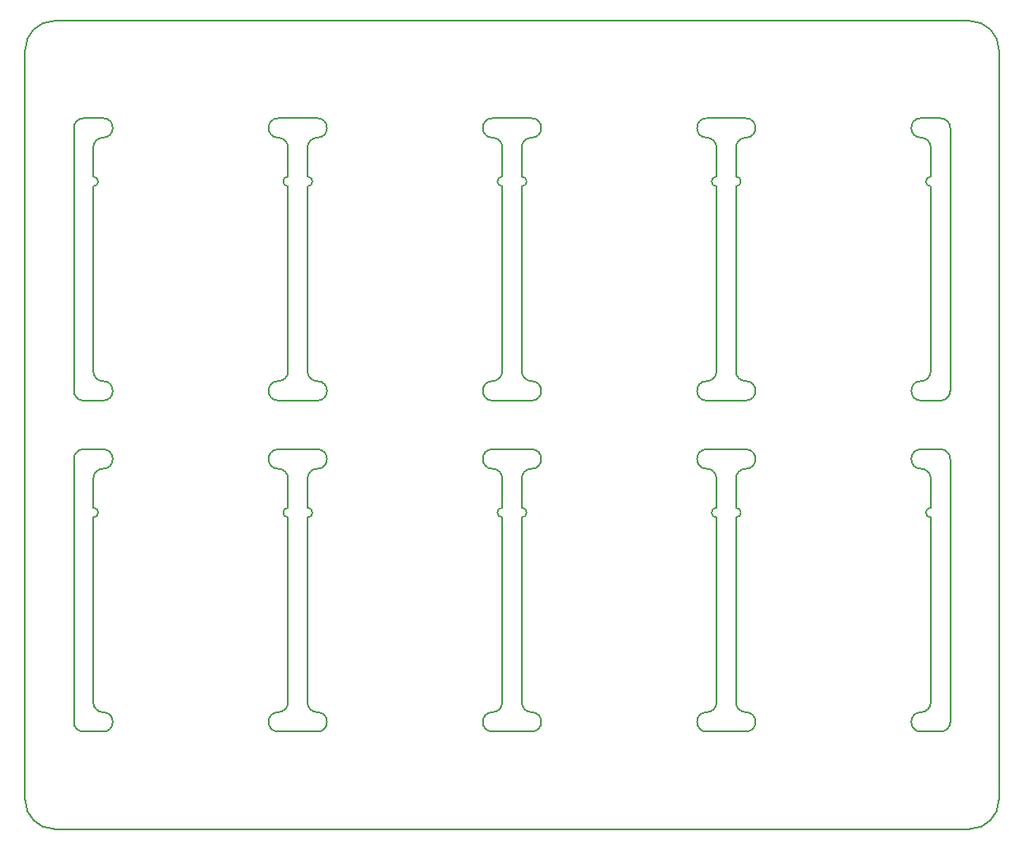
<source format=gm1>
G04 #@! TF.GenerationSoftware,KiCad,Pcbnew,8.0.2-1*
G04 #@! TF.CreationDate,2024-07-25T16:39:03+09:00*
G04 #@! TF.ProjectId,leafony-lora-abz_Panelized_Ver1.2,6c656166-6f6e-4792-9d6c-6f72612d6162,rev?*
G04 #@! TF.SameCoordinates,PX4a62f80PY7829b80*
G04 #@! TF.FileFunction,Profile,NP*
%FSLAX46Y46*%
G04 Gerber Fmt 4.6, Leading zero omitted, Abs format (unit mm)*
G04 Created by KiCad (PCBNEW 8.0.2-1) date 2024-07-25 16:39:03*
%MOMM*%
%LPD*%
G01*
G04 APERTURE LIST*
G04 #@! TA.AperFunction,Profile*
%ADD10C,0.150000*%
G04 #@! TD*
G04 APERTURE END LIST*
D10*
X8000000Y39000000D02*
X6000000Y39000000D01*
X29000000Y36000000D02*
G75*
G02*
X30000000Y37000000I1000000J0D01*
G01*
X29000000Y66000000D02*
X29000000Y47000000D01*
X74000000Y46000000D02*
G75*
G02*
X73000000Y47000000I0J1000000D01*
G01*
X26000000Y10000000D02*
X30000000Y10000000D01*
X52000000Y12000000D02*
G75*
G02*
X51000000Y13000000I0J1000000D01*
G01*
X73000000Y36000000D02*
X73000000Y33000000D01*
X93000000Y32000000D02*
X93000000Y13000000D01*
X74000000Y12000000D02*
G75*
G02*
X74000000Y10000000I0J-1000000D01*
G01*
X74000000Y46000000D02*
G75*
G02*
X74000000Y44000000I0J-1000000D01*
G01*
X70000000Y10000000D02*
X74000000Y10000000D01*
X73000000Y36000000D02*
G75*
G02*
X74000000Y37000000I1000000J0D01*
G01*
X70000000Y10000000D02*
G75*
G02*
X70000000Y12000000I0J1000000D01*
G01*
X94000000Y73000000D02*
G75*
G02*
X95000000Y72000000I0J-1000000D01*
G01*
X5000000Y72000000D02*
G75*
G02*
X6000000Y73000000I1000000J0D01*
G01*
X0Y3000000D02*
X0Y80000000D01*
X71000000Y32000000D02*
G75*
G02*
X71000000Y33000000I0J500000D01*
G01*
X29000000Y36000000D02*
X29000000Y33000000D01*
X92000000Y37000000D02*
G75*
G02*
X92000000Y39000000I0J1000000D01*
G01*
X73000000Y33000000D02*
G75*
G02*
X73000000Y32000000I0J-500000D01*
G01*
X48000000Y71000000D02*
G75*
G02*
X49000000Y70000000I0J-1000000D01*
G01*
X26000000Y71000000D02*
G75*
G02*
X26000000Y73000000I0J1000000D01*
G01*
X93000000Y70000000D02*
X93000000Y67000000D01*
X94000000Y73000000D02*
X92000000Y73000000D01*
X94000000Y39000000D02*
G75*
G02*
X95000000Y38000000I0J-1000000D01*
G01*
X93000000Y36000000D02*
X93000000Y33000000D01*
X48000000Y37000000D02*
G75*
G02*
X48000000Y39000000I0J1000000D01*
G01*
X93000000Y66000000D02*
G75*
G02*
X93000000Y67000000I0J500000D01*
G01*
X8000000Y46000000D02*
G75*
G02*
X8000000Y44000000I0J-1000000D01*
G01*
X100000000Y80000000D02*
X100000000Y3000000D01*
X92000000Y37000000D02*
G75*
G02*
X93000000Y36000000I0J-1000000D01*
G01*
X6000000Y10000000D02*
X8000000Y10000000D01*
X74000000Y73000000D02*
G75*
G02*
X74000000Y71000000I0J-1000000D01*
G01*
X26000000Y44000000D02*
X30000000Y44000000D01*
X70000000Y37000000D02*
G75*
G02*
X70000000Y39000000I0J1000000D01*
G01*
X73000000Y70000000D02*
X73000000Y67000000D01*
X7000000Y36000000D02*
G75*
G02*
X8000000Y37000000I1000000J0D01*
G01*
X7000000Y33000000D02*
G75*
G02*
X7000000Y32000000I0J-500000D01*
G01*
X71000000Y32000000D02*
X71000000Y13000000D01*
X0Y80000000D02*
G75*
G02*
X3000000Y83000000I3000000J0D01*
G01*
X95000000Y11000000D02*
X95000000Y38000000D01*
X70000000Y71000000D02*
G75*
G02*
X71000000Y70000000I0J-1000000D01*
G01*
X51000000Y67000000D02*
G75*
G02*
X51000000Y66000000I0J-500000D01*
G01*
X8000000Y46000000D02*
G75*
G02*
X7000000Y47000000I0J1000000D01*
G01*
X93000000Y13000000D02*
G75*
G02*
X92000000Y12000000I-1000000J0D01*
G01*
X100000000Y3000000D02*
G75*
G02*
X97000000Y0I-3000000J0D01*
G01*
X70000000Y71000000D02*
G75*
G02*
X70000000Y73000000I0J1000000D01*
G01*
X48000000Y37000000D02*
G75*
G02*
X49000000Y36000000I0J-1000000D01*
G01*
X6000000Y44000000D02*
X8000000Y44000000D01*
X74000000Y12000000D02*
G75*
G02*
X73000000Y13000000I0J1000000D01*
G01*
X92000000Y10000000D02*
X94000000Y10000000D01*
X51000000Y70000000D02*
X51000000Y67000000D01*
X52000000Y73000000D02*
X48000000Y73000000D01*
X51000000Y32000000D02*
X51000000Y13000000D01*
X8000000Y73000000D02*
X6000000Y73000000D01*
X52000000Y73000000D02*
G75*
G02*
X52000000Y71000000I0J-1000000D01*
G01*
X52000000Y46000000D02*
G75*
G02*
X51000000Y47000000I0J1000000D01*
G01*
X7000000Y66000000D02*
X7000000Y47000000D01*
X8000000Y39000000D02*
G75*
G02*
X8000000Y37000000I0J-1000000D01*
G01*
X29000000Y32000000D02*
X29000000Y13000000D01*
X29000000Y67000000D02*
G75*
G02*
X29000000Y66000000I0J-500000D01*
G01*
X94000000Y39000000D02*
X92000000Y39000000D01*
X48000000Y44000000D02*
G75*
G02*
X48000000Y46000000I0J1000000D01*
G01*
X70000000Y44000000D02*
G75*
G02*
X70000000Y46000000I0J1000000D01*
G01*
X73000000Y66000000D02*
X73000000Y47000000D01*
X51000000Y36000000D02*
X51000000Y33000000D01*
X48000000Y71000000D02*
G75*
G02*
X48000000Y73000000I0J1000000D01*
G01*
X30000000Y12000000D02*
G75*
G02*
X29000000Y13000000I0J1000000D01*
G01*
X95000000Y45000000D02*
G75*
G02*
X94000000Y44000000I-1000000J0D01*
G01*
X27000000Y32000000D02*
G75*
G02*
X27000000Y33000000I0J500000D01*
G01*
X49000000Y70000000D02*
X49000000Y67000000D01*
X73000000Y70000000D02*
G75*
G02*
X74000000Y71000000I1000000J0D01*
G01*
X73000000Y32000000D02*
X73000000Y13000000D01*
X51000000Y66000000D02*
X51000000Y47000000D01*
X26000000Y10000000D02*
G75*
G02*
X26000000Y12000000I0J1000000D01*
G01*
X30000000Y73000000D02*
G75*
G02*
X30000000Y71000000I0J-1000000D01*
G01*
X49000000Y32000000D02*
G75*
G02*
X49000000Y33000000I0J500000D01*
G01*
X92000000Y10000000D02*
G75*
G02*
X92000000Y12000000I0J1000000D01*
G01*
X30000000Y73000000D02*
X26000000Y73000000D01*
X97000000Y83000000D02*
G75*
G02*
X100000000Y80000000I0J-3000000D01*
G01*
X49000000Y66000000D02*
X49000000Y47000000D01*
X51000000Y36000000D02*
G75*
G02*
X52000000Y37000000I1000000J0D01*
G01*
X49000000Y32000000D02*
X49000000Y13000000D01*
X70000000Y37000000D02*
G75*
G02*
X71000000Y36000000I0J-1000000D01*
G01*
X7000000Y70000000D02*
G75*
G02*
X8000000Y71000000I1000000J0D01*
G01*
X74000000Y39000000D02*
G75*
G02*
X74000000Y37000000I0J-1000000D01*
G01*
X27000000Y66000000D02*
G75*
G02*
X27000000Y67000000I0J500000D01*
G01*
X49000000Y36000000D02*
X49000000Y33000000D01*
X51000000Y33000000D02*
G75*
G02*
X51000000Y32000000I0J-500000D01*
G01*
X93000000Y66000000D02*
X93000000Y47000000D01*
X92000000Y44000000D02*
G75*
G02*
X92000000Y46000000I0J1000000D01*
G01*
X8000000Y12000000D02*
G75*
G02*
X7000000Y13000000I0J1000000D01*
G01*
X6000000Y44000000D02*
G75*
G02*
X5000000Y45000000I0J1000000D01*
G01*
X71000000Y47000000D02*
G75*
G02*
X70000000Y46000000I-1000000J0D01*
G01*
X27000000Y66000000D02*
X27000000Y47000000D01*
X29000000Y33000000D02*
G75*
G02*
X29000000Y32000000I0J-500000D01*
G01*
X73000000Y67000000D02*
G75*
G02*
X73000000Y66000000I0J-500000D01*
G01*
X6000000Y10000000D02*
G75*
G02*
X5000000Y11000000I0J1000000D01*
G01*
X29000000Y70000000D02*
X29000000Y67000000D01*
X3000000Y83000000D02*
X97000000Y83000000D01*
X7000000Y67000000D02*
G75*
G02*
X7000000Y66000000I0J-500000D01*
G01*
X71000000Y70000000D02*
X71000000Y67000000D01*
X48000000Y10000000D02*
G75*
G02*
X48000000Y12000000I0J1000000D01*
G01*
X5000000Y38000000D02*
G75*
G02*
X6000000Y39000000I1000000J0D01*
G01*
X30000000Y39000000D02*
G75*
G02*
X30000000Y37000000I0J-1000000D01*
G01*
X52000000Y12000000D02*
G75*
G02*
X52000000Y10000000I0J-1000000D01*
G01*
X97000000Y0D02*
X3000000Y0D01*
X70000000Y44000000D02*
X74000000Y44000000D01*
X30000000Y46000000D02*
G75*
G02*
X29000000Y47000000I0J1000000D01*
G01*
X3000000Y0D02*
G75*
G02*
X0Y3000000I0J3000000D01*
G01*
X52000000Y46000000D02*
G75*
G02*
X52000000Y44000000I0J-1000000D01*
G01*
X49000000Y47000000D02*
G75*
G02*
X48000000Y46000000I-1000000J0D01*
G01*
X27000000Y47000000D02*
G75*
G02*
X26000000Y46000000I-1000000J0D01*
G01*
X95000000Y45000000D02*
X95000000Y72000000D01*
X26000000Y37000000D02*
G75*
G02*
X27000000Y36000000I0J-1000000D01*
G01*
X8000000Y73000000D02*
G75*
G02*
X8000000Y71000000I0J-1000000D01*
G01*
X26000000Y44000000D02*
G75*
G02*
X26000000Y46000000I0J1000000D01*
G01*
X5000000Y72000000D02*
X5000000Y45000000D01*
X49000000Y13000000D02*
G75*
G02*
X48000000Y12000000I-1000000J0D01*
G01*
X27000000Y32000000D02*
X27000000Y13000000D01*
X49000000Y66000000D02*
G75*
G02*
X49000000Y67000000I0J500000D01*
G01*
X92000000Y44000000D02*
X94000000Y44000000D01*
X71000000Y13000000D02*
G75*
G02*
X70000000Y12000000I-1000000J0D01*
G01*
X74000000Y39000000D02*
X70000000Y39000000D01*
X71000000Y66000000D02*
G75*
G02*
X71000000Y67000000I0J500000D01*
G01*
X5000000Y38000000D02*
X5000000Y11000000D01*
X92000000Y71000000D02*
G75*
G02*
X92000000Y73000000I0J1000000D01*
G01*
X30000000Y39000000D02*
X26000000Y39000000D01*
X48000000Y10000000D02*
X52000000Y10000000D01*
X26000000Y71000000D02*
G75*
G02*
X27000000Y70000000I0J-1000000D01*
G01*
X7000000Y36000000D02*
X7000000Y33000000D01*
X93000000Y32000000D02*
G75*
G02*
X93000000Y33000000I0J500000D01*
G01*
X7000000Y32000000D02*
X7000000Y13000000D01*
X26000000Y37000000D02*
G75*
G02*
X26000000Y39000000I0J1000000D01*
G01*
X7000000Y70000000D02*
X7000000Y67000000D01*
X27000000Y36000000D02*
X27000000Y33000000D01*
X93000000Y47000000D02*
G75*
G02*
X92000000Y46000000I-1000000J0D01*
G01*
X52000000Y39000000D02*
G75*
G02*
X52000000Y37000000I0J-1000000D01*
G01*
X95000000Y11000000D02*
G75*
G02*
X94000000Y10000000I-1000000J0D01*
G01*
X74000000Y73000000D02*
X70000000Y73000000D01*
X27000000Y70000000D02*
X27000000Y67000000D01*
X71000000Y66000000D02*
X71000000Y47000000D01*
X8000000Y12000000D02*
G75*
G02*
X8000000Y10000000I0J-1000000D01*
G01*
X52000000Y39000000D02*
X48000000Y39000000D01*
X30000000Y12000000D02*
G75*
G02*
X30000000Y10000000I0J-1000000D01*
G01*
X48000000Y44000000D02*
X52000000Y44000000D01*
X92000000Y71000000D02*
G75*
G02*
X93000000Y70000000I0J-1000000D01*
G01*
X71000000Y36000000D02*
X71000000Y33000000D01*
X51000000Y70000000D02*
G75*
G02*
X52000000Y71000000I1000000J0D01*
G01*
X29000000Y70000000D02*
G75*
G02*
X30000000Y71000000I1000000J0D01*
G01*
X30000000Y46000000D02*
G75*
G02*
X30000000Y44000000I0J-1000000D01*
G01*
X27000000Y13000000D02*
G75*
G02*
X26000000Y12000000I-1000000J0D01*
G01*
M02*

</source>
